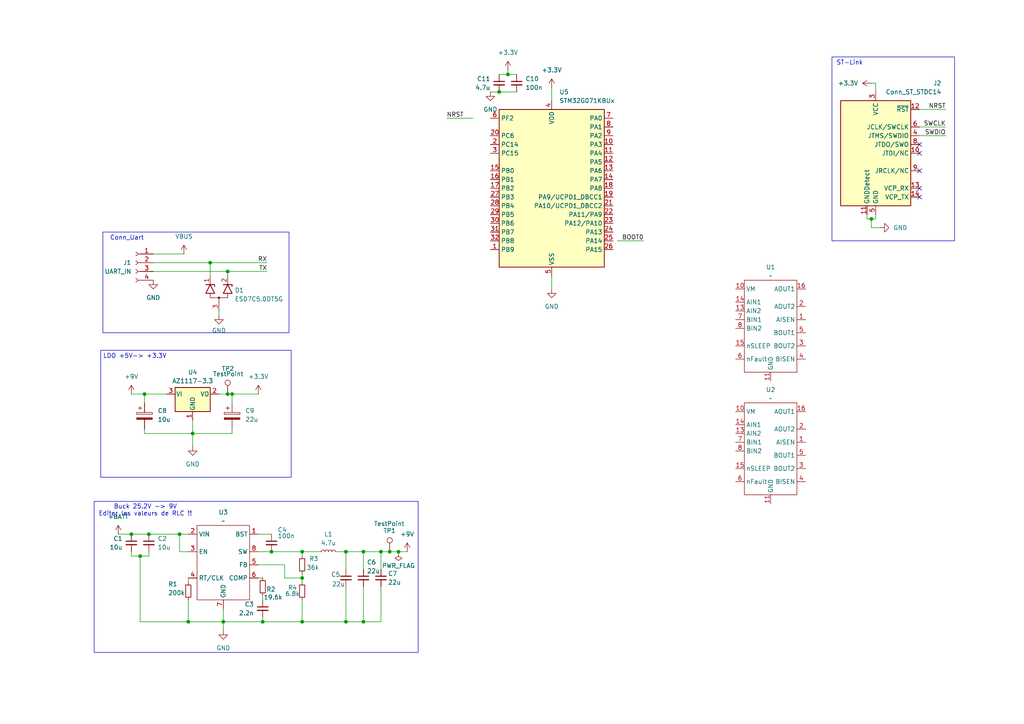
<source format=kicad_sch>
(kicad_sch (version 20231120) (generator "eeschema") (generator_version "8.0")
  (paper "A4")
  (lib_symbols
    (symbol "Connector:Conn_01x04_Socket" (pin_names (offset 1.016) hide)
      (property "Reference" "J" (at 0 5.08 0))
      (property "Value" "Conn_01x04_Socket" (at 0 -7.62 0))
      (symbol "Conn_01x04_Socket_1_1"
        (arc (start 0 -4.572) (mid -0.5058 -5.08) (end 0 -5.588) (stroke (width 0.1524)))
        (arc (start 0 -2.032) (mid -0.5058 -2.54) (end 0 -3.048) (stroke (width 0.1524)))
        (polyline (pts (xy -1.27 -5.08) (xy -0.508 -5.08)) (stroke (width 0.1524)))
        (polyline (pts (xy -1.27 -2.54) (xy -0.508 -2.54)) (stroke (width 0.1524)))
        (polyline (pts (xy -1.27 0) (xy -0.508 0)) (stroke (width 0.1524)))
        (polyline (pts (xy -1.27 2.54) (xy -0.508 2.54)) (stroke (width 0.1524)))
        (arc (start 0 0.508) (mid -0.5058 0) (end 0 -0.508) (stroke (width 0.1524)))
        (arc (start 0 3.048) (mid -0.5058 2.54) (end 0 2.032) (stroke (width 0.1524)))
        (pin passive line (at -5.08 2.54 0) (length 3.81) (name "Pin_1") (number "1"))
        (pin passive line (at -5.08 0 0) (length 3.81) (name "Pin_2") (number "2"))
        (pin passive line (at -5.08 -2.54 0) (length 3.81) (name "Pin_3") (number "3"))
        (pin passive line (at -5.08 -5.08 0) (length 3.81) (name "Pin_4") (number "4"))
      )
    )
    (symbol "Connector:Conn_ST_STDC14"
      (property "Reference" "J" (at -8.89 16.51 0))
      (property "Value" "Conn_ST_STDC14" (at 17.78 16.51 0))
      (symbol "Conn_ST_STDC14_0_1"
        (rectangle (start -10.16 15.24) (end 10.16 -15.24) (stroke (width 0.254)) (fill (type background)))
      )
      (symbol "Conn_ST_STDC14_1_1"
        (pin no_connect line (at -10.16 5.08 0) (length 2.54) hide (name "NC") (number "1"))
        (pin output line (at 12.7 0 180) (length 2.54) (name "JTDI/NC") (number "10"))
        (pin passive line (at -2.54 -17.78 90) (length 2.54) (name "GNDDetect") (number "11"))
        (pin open_collector line (at 12.7 12.7 180) (length 2.54) (name "~{RST}") (number "12"))
        (pin output line (at 12.7 -10.16 180) (length 2.54) (name "VCP_RX") (number "13"))
        (pin input line (at 12.7 -12.7 180) (length 2.54) (name "VCP_TX") (number "14"))
        (pin no_connect line (at -10.16 2.54 0) (length 2.54) hide (name "NC") (number "2"))
        (pin power_in line (at 0 17.78 270) (length 2.54) (name "VCC") (number "3"))
        (pin bidirectional line (at 12.7 5.08 180) (length 2.54) (name "JTMS/SWDIO") (number "4"))
        (pin power_in line (at 0 -17.78 90) (length 2.54) (name "GND") (number "5"))
        (pin output line (at 12.7 7.62 180) (length 2.54) (name "JCLK/SWCLK") (number "6"))
        (pin passive line (at 0 -17.78 90) (length 2.54) hide (name "GND") (number "7"))
        (pin input line (at 12.7 2.54 180) (length 2.54) (name "JTDO/SWO") (number "8"))
        (pin input line (at 12.7 -5.08 180) (length 2.54) (name "JRCLK/NC") (number "9"))
      )
    )
    (symbol "Connector:TestPoint" (pin_numbers hide) (pin_names (offset 0.762) hide)
      (property "Reference" "TP" (at 0 6.858 0))
      (property "Value" "TestPoint" (at 0 5.08 0))
      (symbol "TestPoint_0_1"
        (circle (center 0 3.302) (radius 0.762))
      )
      (symbol "TestPoint_1_1"
        (pin passive line (at 0 0 90) (length 2.54) (name "1") (number "1"))
      )
    )
    (symbol "Custom:AP64500Q"
      (property "Reference" "U3" (at 0 13.97 0))
      (property "Value" "~" (at 0 11.43 0))
      (symbol "AP64500Q_0_1"
        (rectangle (start -7.62 10.16) (end 7.62 -11.43))
      )
      (symbol "AP64500Q_1_1"
        (pin input line (at 10.16 7.62 180) (length 2.54) (name "BST") (number "1"))
        (pin input line (at -10.16 7.62 0) (length 2.54) (name "VIN") (number "2"))
        (pin input line (at -10.16 2.54 0) (length 2.54) (name "EN") (number "3"))
        (pin input line (at -10.16 -5.08 0) (length 2.54) (name "RT/CLK") (number "4"))
        (pin input line (at 10.16 -1.27 180) (length 2.54) (name "FB") (number "5"))
        (pin input line (at 10.16 -5.08 180) (length 2.54) (name "COMP") (number "6"))
        (pin input line (at 0 -13.97 90) (length 2.54) (name "GND") (number "7"))
        (pin input line (at 10.16 2.54 180) (length 2.54) (name "SW") (number "8"))
        (pin input line (at 0 -13.97 90) (length 2.54) hide (name "EPad") (number "9"))
      )
    )
    (symbol "Device:C_Polarized" (pin_numbers hide) (pin_names (offset 0.254))
      (property "Reference" "C" (at 0.635 2.54 0))
      (property "Value" "C_Polarized" (at 0.635 -2.54 0))
      (symbol "C_Polarized_0_1"
        (rectangle (start -2.286 0.508) (end 2.286 1.016))
        (polyline (pts (xy -1.778 2.286) (xy -0.762 2.286)))
        (polyline (pts (xy -1.27 2.794) (xy -1.27 1.778)))
        (rectangle (start 2.286 -0.508) (end -2.286 -1.016) (fill (type outline)))
      )
      (symbol "C_Polarized_1_1"
        (pin passive line (at 0 3.81 270) (length 2.794) (name "~") (number "1"))
        (pin passive line (at 0 -3.81 90) (length 2.794) (name "~") (number "2"))
      )
    )
    (symbol "Device:C_Small" (pin_numbers hide) (pin_names (offset 0.254) hide)
      (property "Reference" "C" (at 0.254 1.778 0))
      (property "Value" "C_Small" (at 0.254 -2.032 0))
      (symbol "C_Small_0_1"
        (polyline (pts (xy -1.524 -0.508) (xy 1.524 -0.508)) (stroke (width 0.3302)))
        (polyline (pts (xy -1.524 0.508) (xy 1.524 0.508)) (stroke (width 0.3048)))
      )
      (symbol "C_Small_1_1"
        (pin passive line (at 0 2.54 270) (length 2.032) (name "~") (number "1"))
        (pin passive line (at 0 -2.54 90) (length 2.032) (name "~") (number "2"))
      )
    )
    (symbol "Device:L_Small" (pin_numbers hide) (pin_names (offset 0.254) hide)
      (property "Reference" "L" (at 0.762 1.016 0))
      (property "Value" "L_Small" (at 0.762 -1.016 0))
      (symbol "L_Small_0_1"
        (arc (start 0 -2.032) (mid 0.5058 -1.524) (end 0 -1.016))
        (arc (start 0 -1.016) (mid 0.5058 -0.508) (end 0 0))
        (arc (start 0 0) (mid 0.5058 0.508) (end 0 1.016))
        (arc (start 0 1.016) (mid 0.5058 1.524) (end 0 2.032))
      )
      (symbol "L_Small_1_1"
        (pin passive line (at 0 2.54 270) (length 0.508) (name "~") (number "1"))
        (pin passive line (at 0 -2.54 90) (length 0.508) (name "~") (number "2"))
      )
    )
    (symbol "Device:R_Small" (pin_numbers hide) (pin_names (offset 0.254) hide)
      (property "Reference" "R" (at 0.762 0.508 0))
      (property "Value" "R_Small" (at 0.762 -1.016 0))
      (symbol "R_Small_0_1"
        (rectangle (start -0.762 1.778) (end 0.762 -1.778) (stroke (width 0.2032)))
      )
      (symbol "R_Small_1_1"
        (pin passive line (at 0 2.54 270) (length 0.762) (name "~") (number "1"))
        (pin passive line (at 0 -2.54 90) (length 0.762) (name "~") (number "2"))
      )
    )
    (symbol "GND_3" (power) (pin_numbers hide) (pin_names (offset 0) hide)
      (property "Value" "GND" (at 0 -3.81 0))
      (symbol "GND_3_0_1"
        (polyline (pts (xy 0 0) (xy 0 -1.27) (xy 1.27 -1.27) (xy 0 -2.54) (xy -1.27 -1.27) (xy 0 -1.27)))
      )
      (symbol "GND_3_1_1"
        (pin power_in line (at 0 0 270) (length 0) (name "~") (number "1"))
      )
    )
    (symbol "MCU_ST_STM32G0:STM32G071KBUx"
      (property "Reference" "U" (at -15.24 24.13 0))
      (property "Value" "STM32G071KBUx" (at 2.54 24.13 0))
      (symbol "STM32G071KBUx_0_1"
        (rectangle (start -15.24 -22.86) (end 15.24 22.86) (stroke (width 0.254)) (fill (type background)))
      )
      (symbol "STM32G071KBUx_1_1"
        (pin bidirectional line (at -17.78 -17.78 0) (length 2.54) (name "PB9") (number "1"))
        (pin bidirectional line (at 17.78 12.7 180) (length 2.54) (name "PA3") (number "10"))
        (pin bidirectional line (at 17.78 10.16 180) (length 2.54) (name "PA4") (number "11"))
        (pin bidirectional line (at 17.78 7.62 180) (length 2.54) (name "PA5") (number "12"))
        (pin bidirectional line (at 17.78 5.08 180) (length 2.54) (name "PA6") (number "13"))
        (pin bidirectional line (at 17.78 2.54 180) (length 2.54) (name "PA7") (number "14"))
        (pin bidirectional line (at -17.78 5.08 0) (length 2.54) (name "PB0") (number "15"))
        (pin bidirectional line (at -17.78 2.54 0) (length 2.54) (name "PB1") (number "16"))
        (pin bidirectional line (at -17.78 0 0) (length 2.54) (name "PB2") (number "17"))
        (pin bidirectional line (at 17.78 0 180) (length 2.54) (name "PA8") (number "18"))
        (pin bidirectional line (at 17.78 -2.54 180) (length 2.54) (name "PA9/UCPD1_DBCC1") (number "19"))
        (pin bidirectional line (at -17.78 12.7 0) (length 2.54) (name "PC14") (number "2"))
        (pin bidirectional line (at -17.78 15.24 0) (length 2.54) (name "PC6") (number "20"))
        (pin bidirectional line (at 17.78 -5.08 180) (length 2.54) (name "PA10/UCPD1_DBCC2") (number "21"))
        (pin bidirectional line (at 17.78 -7.62 180) (length 2.54) (name "PA11/PA9") (number "22"))
        (pin bidirectional line (at 17.78 -10.16 180) (length 2.54) (name "PA12/PA10") (number "23"))
        (pin bidirectional line (at 17.78 -12.7 180) (length 2.54) (name "PA13") (number "24"))
        (pin bidirectional line (at 17.78 -15.24 180) (length 2.54) (name "PA14") (number "25"))
        (pin bidirectional line (at 17.78 -17.78 180) (length 2.54) (name "PA15") (number "26"))
        (pin bidirectional line (at -17.78 -2.54 0) (length 2.54) (name "PB3") (number "27"))
        (pin bidirectional line (at -17.78 -5.08 0) (length 2.54) (name "PB4") (number "28"))
        (pin bidirectional line (at -17.78 -7.62 0) (length 2.54) (name "PB5") (number "29"))
        (pin bidirectional line (at -17.78 10.16 0) (length 2.54) (name "PC15") (number "3"))
        (pin bidirectional line (at -17.78 -10.16 0) (length 2.54) (name "PB6") (number "30"))
        (pin bidirectional line (at -17.78 -12.7 0) (length 2.54) (name "PB7") (number "31"))
        (pin bidirectional line (at -17.78 -15.24 0) (length 2.54) (name "PB8") (number "32"))
        (pin passive line (at 0 -25.4 90) (length 2.54) hide (name "VSS") (number "33"))
        (pin power_in line (at 0 25.4 270) (length 2.54) (name "VDD") (number "4"))
        (pin power_in line (at 0 -25.4 90) (length 2.54) (name "VSS") (number "5"))
        (pin bidirectional line (at -17.78 20.32 0) (length 2.54) (name "PF2") (number "6"))
        (pin bidirectional line (at 17.78 20.32 180) (length 2.54) (name "PA0") (number "7"))
        (pin bidirectional line (at 17.78 17.78 180) (length 2.54) (name "PA1") (number "8"))
        (pin bidirectional line (at 17.78 15.24 180) (length 2.54) (name "PA2") (number "9"))
      )
    )
    (symbol "PWR_FLAG_1" (power) (pin_numbers hide) (pin_names (offset 0) hide)
      (property "Value" "PWR_FLAG" (at 0 3.81 0))
      (symbol "PWR_FLAG_1_0_0"
        (pin power_out line (at 0 0 90) (length 0) (name "~") (number "1"))
      )
      (symbol "PWR_FLAG_1_0_1"
        (polyline (pts (xy 0 0) (xy 0 1.27) (xy -1.016 1.905) (xy 0 2.54) (xy 1.016 1.905) (xy 0 1.27)))
      )
    )
    (symbol "Power_Protection:RCLAMP0582B" (pin_names hide)
      (property "Reference" "D" (at 0 5.08 0))
      (property "Value" "RCLAMP0582B" (at 0 -5.08 0))
      (symbol "RCLAMP0582B_0_1"
        (polyline (pts (xy -2.54 0) (xy -1.27 0)))
        (polyline (pts (xy -1.27 2.54) (xy -1.27 -2.54)))
        (polyline (pts (xy 0 2.54) (xy -1.27 2.54)) (stroke (width 0.1524)))
        (polyline (pts (xy 2.54 3.81) (xy 2.54 1.27) (xy 2.032 1.27)) (stroke (width 0.254)))
        (polyline (pts (xy 0 1.27) (xy 0 3.81) (xy 2.54 2.54) (xy 0 1.27)) (stroke (width 0.254)))
        (pin passive line (at -5.08 0 0) (length 2.54) (name "A") (number "3"))
      )
      (symbol "RCLAMP0582B_1_1"
        (circle (center -1.27 0) (radius 0.254) (fill (type outline)))
        (polyline (pts (xy 0 -2.54) (xy -1.27 -2.54)) (stroke (width 0.1524)))
        (polyline (pts (xy 2.54 -1.27) (xy 2.54 -3.81) (xy 2.032 -3.81)) (stroke (width 0.254)))
        (polyline (pts (xy 0 -3.81) (xy 0 -1.27) (xy 2.54 -2.54) (xy 0 -3.81)) (stroke (width 0.254)))
        (pin passive line (at 5.08 2.54 180) (length 2.54) (name "K1") (number "1"))
        (pin passive line (at 5.08 -2.54 180) (length 2.54) (name "K2") (number "2"))
      )
    )
    (symbol "Regulator_Linear:AZ1117-3.3" (pin_names (offset 0.254))
      (property "Reference" "U" (at -3.81 3.175 0))
      (property "Value" "AZ1117-3.3" (at 0 3.175 0))
      (symbol "AZ1117-3.3_0_1"
        (rectangle (start -5.08 1.905) (end 5.08 -5.08) (stroke (width 0.254)) (fill (type background)))
      )
      (symbol "AZ1117-3.3_1_1"
        (pin power_in line (at 0 -7.62 90) (length 2.54) (name "GND") (number "1"))
        (pin power_out line (at 7.62 0 180) (length 2.54) (name "VO") (number "2"))
        (pin power_in line (at -7.62 0 0) (length 2.54) (name "VI") (number "3"))
      )
    )
    (symbol "Stepper:DRV8411"
      (property "Reference" "U" (at 0 13.97 0))
      (symbol "DRV8411_0_1"
        (rectangle (start -7.62 12.7) (end 7.62 -13.97))
      )
      (symbol "DRV8411_1_1"
        (pin input line (at 10.16 1.27 180) (length 2.54) (name "AISEN") (number "1"))
        (pin input line (at -10.16 10.16 0) (length 2.54) (name "VM") (number "10"))
        (pin input line (at 0 -16.51 90) (length 2.54) (name "GND") (number "11"))
        (pin input line (at -10.16 3.81 0) (length 2.54) (name "AIN2") (number "13"))
        (pin input line (at -10.16 6.35 0) (length 2.54) (name "AIN1") (number "14"))
        (pin input line (at -10.16 -6.35 0) (length 2.54) (name "nSLEEP") (number "15"))
        (pin input line (at 10.16 10.16 180) (length 2.54) (name "AOUT1") (number "16"))
        (pin input line (at 10.16 5.08 180) (length 2.54) (name "AOUT2") (number "2"))
        (pin input line (at 10.16 -6.35 180) (length 2.54) (name "BOUT2") (number "3"))
        (pin input line (at 10.16 -10.16 180) (length 2.54) (name "BISEN") (number "4"))
        (pin input line (at 10.16 -2.54 180) (length 2.54) (name "BOUT1") (number "5"))
        (pin input line (at -10.16 -10.16 0) (length 2.54) (name "nFault") (number "6"))
        (pin input line (at -10.16 1.27 0) (length 2.54) (name "BIN1") (number "7"))
        (pin input line (at -10.16 -1.27 0) (length 2.54) (name "BIN2") (number "8"))
      )
    )
    (symbol "power:+3.3V" (power) (pin_numbers hide) (pin_names (offset 0) hide)
      (property "Value" "+3.3V" (at 0 3.556 0))
      (symbol "+3.3V_0_1"
        (polyline (pts (xy -0.762 1.27) (xy 0 2.54)))
        (polyline (pts (xy 0 0) (xy 0 2.54)))
        (polyline (pts (xy 0 2.54) (xy 0.762 1.27)))
      )
      (symbol "+3.3V_1_1"
        (pin power_in line (at 0 0 90) (length 0) (name "~") (number "1"))
      )
    )
    (symbol "power:+9V" (power) (pin_numbers hide) (pin_names (offset 0) hide)
      (property "Value" "+9V" (at 0 3.556 0))
      (symbol "+9V_0_1"
        (polyline (pts (xy -0.762 1.27) (xy 0 2.54)))
        (polyline (pts (xy 0 0) (xy 0 2.54)))
        (polyline (pts (xy 0 2.54) (xy 0.762 1.27)))
      )
      (symbol "+9V_1_1"
        (pin power_in line (at 0 0 90) (length 0) (name "~") (number "1"))
      )
    )
    (symbol "power:+BATT" (power) (pin_numbers hide) (pin_names (offset 0) hide)
      (property "Value" "+BATT" (at 0 3.556 0))
      (symbol "+BATT_0_1"
        (polyline (pts (xy -0.762 1.27) (xy 0 2.54)))
        (polyline (pts (xy 0 0) (xy 0 2.54)))
        (polyline (pts (xy 0 2.54) (xy 0.762 1.27)))
      )
      (symbol "+BATT_1_1"
        (pin power_in line (at 0 0 90) (length 0) (name "~") (number "1"))
      )
    )
    (symbol "power:GND" (power) (pin_numbers hide) (pin_names (offset 0) hide)
      (property "Value" "GND" (at 0 -3.81 0))
      (symbol "GND_0_1"
        (polyline (pts (xy 0 0) (xy 0 -1.27) (xy 1.27 -1.27) (xy 0 -2.54) (xy -1.27 -1.27) (xy 0 -1.27)))
      )
      (symbol "GND_1_1"
        (pin power_in line (at 0 0 270) (length 0) (name "~") (number "1"))
      )
    )
    (symbol "power:VBUS" (power) (pin_numbers hide) (pin_names (offset 0) hide)
      (property "Value" "VBUS" (at 0 3.556 0))
      (symbol "VBUS_0_1"
        (polyline (pts (xy -0.762 1.27) (xy 0 2.54)))
        (polyline (pts (xy 0 0) (xy 0 2.54)))
        (polyline (pts (xy 0 2.54) (xy 0.762 1.27)))
      )
      (symbol "VBUS_1_1"
        (pin power_in line (at 0 0 90) (length 0) (name "~") (number "1"))
      )
    )
  )
  (junction (at 87.63 160.02))
  (junction (at 110.49 160.02))
  (junction (at 144.78 26.67))
  (junction (at 66.04 114.3))
  (junction (at 52.07 154.94))
  (junction (at 78.74 160.02))
  (junction (at 76.2 180.34))
  (junction (at 67.31 114.3))
  (junction (at 105.41 160.02))
  (junction (at 55.88 125.73))
  (junction (at 147.32 21.59))
  (junction (at 66.04 78.74))
  (junction (at 43.18 154.94))
  (junction (at 100.33 160.02))
  (junction (at 87.63 167.64))
  (junction (at 105.41 180.34))
  (junction (at 60.96 76.2))
  (junction (at 87.63 180.34))
  (junction (at 38.1 154.94))
  (junction (at 252.73 63.5))
  (junction (at 115.57 160.02))
  (junction (at 113.03 160.02))
  (junction (at 40.64 161.29))
  (junction (at 64.77 180.34))
  (junction (at 41.91 114.3))
  (junction (at 100.33 180.34))
  (junction (at 54.61 180.34))
  (no_connect (at 266.7 57.15))
  (no_connect (at 266.7 44.45))
  (no_connect (at 266.7 49.53))
  (no_connect (at 266.7 41.91))
  (no_connect (at 266.7 54.61))
  (wire (pts (xy 43.18 154.94) (xy 52.07 154.94)))
  (wire (pts (xy 179.07 69.85) (xy 186.69 69.85)))
  (wire (pts (xy 41.91 114.3) (xy 41.91 116.84)))
  (wire (pts (xy 55.88 125.73) (xy 55.88 121.92)))
  (wire (pts (xy 66.04 78.74) (xy 77.47 78.74)))
  (wire (pts (xy 54.61 180.34) (xy 64.77 180.34)))
  (wire (pts (xy 100.33 160.02) (xy 100.33 165.1)))
  (wire (pts (xy 82.55 163.83) (xy 82.55 167.64)))
  (wire (pts (xy 55.88 129.54) (xy 55.88 125.73)))
  (wire (pts (xy 144.78 26.67) (xy 149.86 26.67)))
  (wire (pts (xy 78.74 160.02) (xy 87.63 160.02)))
  (wire (pts (xy 52.07 160.02) (xy 52.07 154.94)))
  (wire (pts (xy 110.49 160.02) (xy 110.49 165.1)))
  (wire (pts (xy 254 24.13) (xy 254 26.67)))
  (wire (pts (xy 64.77 180.34) (xy 64.77 182.88)))
  (wire (pts (xy 54.61 160.02) (xy 52.07 160.02)))
  (wire (pts (xy 67.31 125.73) (xy 55.88 125.73)))
  (wire (pts (xy 41.91 114.3) (xy 48.26 114.3)))
  (wire (pts (xy 60.96 76.2) (xy 77.47 76.2)))
  (wire (pts (xy 74.93 163.83) (xy 82.55 163.83)))
  (wire (pts (xy 66.04 114.3) (xy 63.5 114.3)))
  (wire (pts (xy 43.18 160.02) (xy 43.18 161.29)))
  (wire (pts (xy 254 62.23) (xy 254 63.5)))
  (wire (pts (xy 105.41 160.02) (xy 110.49 160.02)))
  (wire (pts (xy 67.31 124.46) (xy 67.31 125.73)))
  (wire (pts (xy 67.31 114.3) (xy 66.04 114.3)))
  (wire (pts (xy 147.32 21.59) (xy 149.86 21.59)))
  (wire (pts (xy 110.49 180.34) (xy 110.49 170.18)))
  (wire (pts (xy 38.1 114.3) (xy 41.91 114.3)))
  (wire (pts (xy 266.7 36.83) (xy 274.32 36.83)))
  (wire (pts (xy 40.64 180.34) (xy 54.61 180.34)))
  (wire (pts (xy 144.78 21.59) (xy 147.32 21.59)))
  (wire (pts (xy 67.31 114.3) (xy 67.31 116.84)))
  (wire (pts (xy 38.1 154.94) (xy 43.18 154.94)))
  (wire (pts (xy 41.91 124.46) (xy 41.91 125.73)))
  (wire (pts (xy 40.64 161.29) (xy 40.64 180.34)))
  (wire (pts (xy 87.63 161.29) (xy 87.63 160.02)))
  (wire (pts (xy 105.41 160.02) (xy 105.41 165.1)))
  (wire (pts (xy 87.63 167.64) (xy 87.63 168.91)))
  (wire (pts (xy 100.33 160.02) (xy 105.41 160.02)))
  (wire (pts (xy 54.61 168.91) (xy 54.61 167.64)))
  (wire (pts (xy 105.41 170.18) (xy 105.41 180.34)))
  (wire (pts (xy 142.24 26.67) (xy 144.78 26.67)))
  (wire (pts (xy 40.64 161.29) (xy 38.1 161.29)))
  (wire (pts (xy 137.16 34.29) (xy 129.54 34.29)))
  (wire (pts (xy 87.63 180.34) (xy 100.33 180.34)))
  (wire (pts (xy 44.45 78.74) (xy 66.04 78.74)))
  (wire (pts (xy 115.57 160.02) (xy 118.11 160.02)))
  (wire (pts (xy 147.32 20.32) (xy 147.32 21.59)))
  (wire (pts (xy 113.03 160.02) (xy 115.57 160.02)))
  (wire (pts (xy 44.45 76.2) (xy 60.96 76.2)))
  (wire (pts (xy 160.02 25.4) (xy 160.02 29.21)))
  (wire (pts (xy 66.04 78.74) (xy 66.04 80.01)))
  (wire (pts (xy 252.73 63.5) (xy 251.46 63.5)))
  (wire (pts (xy 110.49 160.02) (xy 113.03 160.02)))
  (wire (pts (xy 74.93 160.02) (xy 78.74 160.02)))
  (wire (pts (xy 255.27 66.04) (xy 252.73 66.04)))
  (wire (pts (xy 76.2 180.34) (xy 76.2 179.07)))
  (wire (pts (xy 60.96 76.2) (xy 60.96 80.01)))
  (wire (pts (xy 64.77 176.53) (xy 64.77 180.34)))
  (wire (pts (xy 74.93 114.3) (xy 67.31 114.3)))
  (wire (pts (xy 41.91 125.73) (xy 55.88 125.73)))
  (wire (pts (xy 63.5 91.44) (xy 63.5 90.17)))
  (wire (pts (xy 54.61 173.99) (xy 54.61 180.34)))
  (wire (pts (xy 160.02 83.82) (xy 160.02 80.01)))
  (wire (pts (xy 100.33 170.18) (xy 100.33 180.34)))
  (wire (pts (xy 252.73 24.13) (xy 254 24.13)))
  (wire (pts (xy 266.7 39.37) (xy 274.32 39.37)))
  (wire (pts (xy 38.1 161.29) (xy 38.1 160.02)))
  (wire (pts (xy 76.2 180.34) (xy 87.63 180.34)))
  (wire (pts (xy 87.63 160.02) (xy 92.71 160.02)))
  (wire (pts (xy 87.63 173.99) (xy 87.63 180.34)))
  (wire (pts (xy 252.73 63.5) (xy 254 63.5)))
  (wire (pts (xy 266.7 31.75) (xy 274.32 31.75)))
  (wire (pts (xy 34.29 154.94) (xy 38.1 154.94)))
  (wire (pts (xy 40.64 161.29) (xy 43.18 161.29)))
  (wire (pts (xy 100.33 180.34) (xy 105.41 180.34)))
  (wire (pts (xy 97.79 160.02) (xy 100.33 160.02)))
  (wire (pts (xy 87.63 166.37) (xy 87.63 167.64)))
  (wire (pts (xy 82.55 167.64) (xy 87.63 167.64)))
  (wire (pts (xy 76.2 172.72) (xy 76.2 173.99)))
  (wire (pts (xy 74.93 154.94) (xy 78.74 154.94)))
  (wire (pts (xy 44.45 73.66) (xy 53.34 73.66)))
  (wire (pts (xy 74.93 167.64) (xy 76.2 167.64)))
  (wire (pts (xy 252.73 66.04) (xy 252.73 63.5)))
  (wire (pts (xy 105.41 180.34) (xy 110.49 180.34)))
  (wire (pts (xy 251.46 63.5) (xy 251.46 62.23)))
  (wire (pts (xy 64.77 180.34) (xy 76.2 180.34)))
  (wire (pts (xy 52.07 154.94) (xy 54.61 154.94)))
  (rectangle (start 241.3 16.51) (end 276.86 69.85))
  (rectangle (start 29.845 67.31) (end 83.82 96.52))
  (rectangle (start 27.305 145.415) (end 121.285 189.23))
  (rectangle (start 29.21 101.6) (end 84.455 138.43))
  (text "Conn_Uart\n" (at 36.83 69.088 0) (effects (font (size 1.27 1.27))))
  (text "LDO +5V-> +3.3V" (at 39.116 103.378 0) (effects (font (size 1.27 1.27))))
  (text "ST-Link\n" (at 242.57 19.05 0) (effects (font (size 1.27 1.27)) (justify left bottom)))
  (text "Buck 25.2V -> 9V\nEditer les valeurs de RLC !!" (at 42.164 148.082 0) (effects (font (size 1.27 1.27))))
  (label "NRST" (at 274.32 31.75 180))
  (label "BOOT0" (at 186.69 69.85 180))
  (label "NRST" (at 129.54 34.29 0))
  (label "TX" (at 77.47 78.74 180))
  (label "RX" (at 77.47 76.2 180))
  (label "SWCLK" (at 274.32 36.83 180))
  (label "SWDIO" (at 274.32 39.37 180))
  (symbol (lib_id "power:+3.3V") (at 252.73 24.13 90) (unit 1)
    (property "Reference" "#PWR010" (effects (hide yes)))
    (property "Value" "+3.3V" (at 248.92 24.1299 90) (effects (justify left)))
    (property "Description" "Power symbol creates a global label with name \"+3.3V\"" (effects (hide yes)))
  )
  (symbol (lib_id "Device:R_Small") (at 87.63 171.45 0) (mirror y) (unit 1)
    (property "Reference" "R4" (at 84.836 170.434 0))
    (property "Value" "6.8k" (at 84.836 172.212 0))
    (property "Footprint" "Resistor_SMD:R_0402_1005Metric_Pad0.72x0.64mm_HandSolder" (effects (hide yes)))
    (property "Description" "Resistor, small symbol" (effects (hide yes)))
  )
  (symbol (lib_id "Power_Protection:RCLAMP0582B") (at 63.5 85.09 90) (unit 1)
    (property "Reference" "D1" (at 68.072 84.1918 90) (effects (justify right)))
    (property "Value" "ESD7C5.0DT5G" (at 68.072 86.7287 90) (effects (justify right)))
    (property "Footprint" "Package_TO_SOT_SMD:SOT-416" (effects (hide yes)))
    (property "Datasheet" "https://www.mouser.fr/datasheet/2/308/1/ESD7C3_3D_D-2311593.pdf" (effects (hide yes)))
    (property "Mouser Part Number" "863-ESD7C5.0DT5G" (effects (hide yes)))
  )
  (symbol (lib_id "power:+3.3V") (at 74.93 114.3 0) (unit 1)
    (property "Reference" "#PWR07" (effects (hide yes)))
    (property "Value" "+3.3V" (at 74.93 109.22 0))
    (property "Description" "Power symbol creates a global label with name \"+3.3V\"" (effects (hide yes)))
  )
  (symbol (lib_id "power:+BATT") (at 34.29 154.94 0) (unit 1)
    (property "Reference" "#PWR02" (effects (hide yes)))
    (property "Value" "+BATT" (at 34.29 149.86 0))
    (property "Description" "Power symbol creates a global label with name \"+BATT\"" (effects (hide yes)))
  )
  (symbol (lib_id "Custom:AP64500Q") (at 64.77 162.56 0) (unit 1)
    (property "Reference" "U3" (at 64.77 148.59 0))
    (property "Value" "~" (at 64.77 151.13 0))
    (property "Footprint" "Package_SO:SOIC-8-1EP_3.9x4.9mm_P1.27mm_EP2.95x4.9mm_Mask2.71x3.4mm" (effects (hide yes)))
    (property "Datasheet" "https://www.mouser.fr/datasheet/2/115/DIOD_S_A0011818526_1-2543600.pdf" (effects (hide yes)))
  )
  (symbol (lib_id "power:GND") (at 160.02 83.82 0) (unit 1)
    (property "Reference" "#PWR012" (effects (hide yes)))
    (property "Value" "GND" (at 160.02 88.9 0))
    (property "Description" "Power symbol creates a global label with name \"GND\" , ground" (effects (hide yes)))
  )
  (symbol (lib_id "Device:R_Small") (at 76.2 170.18 0) (unit 1)
    (property "Reference" "R2" (at 77.216 170.942 0) (effects (justify left)))
    (property "Value" "19.6k" (at 76.454 173.228 0) (effects (justify left)))
    (property "Footprint" "Resistor_SMD:R_0402_1005Metric_Pad0.72x0.64mm_HandSolder" (effects (hide yes)))
    (property "Description" "Resistor, small symbol" (effects (hide yes)))
  )
  (symbol (lib_id "Device:C_Small") (at 100.33 167.64 0) (unit 1)
    (property "Reference" "C5" (at 96.012 166.624 0) (effects (justify left)))
    (property "Value" "22u" (at 96.266 169.418 0) (effects (justify left)))
    (property "Footprint" "Capacitor_SMD:C_0603_1608Metric_Pad1.08x0.95mm_HandSolder" (effects (hide yes)))
    (property "Description" "Unpolarized capacitor, small symbol" (effects (hide yes)))
  )
  (symbol (lib_id "Device:C_Small") (at 149.86 24.13 0) (unit 1)
    (property "Reference" "C10" (at 152.4 22.8662 0) (effects (justify left)))
    (property "Value" "100n" (at 152.4 25.4062 0) (effects (justify left)))
    (property "Description" "Unpolarized capacitor, small symbol" (effects (hide yes)))
  )
  (symbol (lib_id "Device:C_Small") (at 105.41 167.64 0) (unit 1)
    (property "Reference" "C6" (at 106.426 163.068 0) (effects (justify left)))
    (property "Value" "22u" (at 106.426 165.608 0) (effects (justify left)))
    (property "Footprint" "Capacitor_SMD:C_0603_1608Metric_Pad1.08x0.95mm_HandSolder" (effects (hide yes)))
    (property "Description" "Unpolarized capacitor, small symbol" (effects (hide yes)))
  )
  (symbol (lib_id "Connector:TestPoint") (at 66.04 114.3 0) (unit 1)
    (property "Reference" "TP2" (at 64.262 106.934 0) (effects (justify left)))
    (property "Value" "TestPoint" (at 61.722 108.458 0) (effects (justify left)))
    (property "Footprint" "TestPoint:TestPoint_Pad_D2.0mm" (effects (hide yes)))
    (property "Description" "test point" (effects (hide yes)))
  )
  (symbol (lib_id "Stepper:DRV8411") (at 223.52 93.98 0) (unit 1)
    (property "Reference" "U1" (at 223.52 77.47 0))
    (property "Value" "~" (at 223.52 80.01 0))
    (property "Footprint" "Package_DFN_QFN:WQFN-16-1EP_3x3mm_P0.5mm_EP1.68x1.68mm" (effects (hide yes)))
    (property "Datasheet" "https://www.ti.com/lit/ds/symlink/drv8411.pdf?ts=1732036354584&ref_url=https%253A%252F%252Fwww.ti.com%252Fproduct%252FDRV8411" (effects (hide yes)))
  )
  (symbol (lib_id "power:+9V") (at 118.11 160.02 0) (unit 1)
    (property "Reference" "#PWR04" (effects (hide yes)))
    (property "Value" "+9V" (at 118.11 154.94 0))
    (property "Description" "Power symbol creates a global label with name \"+9V\"" (effects (hide yes)))
  )
  (symbol (lib_id "power:+3.3V") (at 160.02 25.4 0) (unit 1)
    (property "Reference" "#PWR015" (effects (hide yes)))
    (property "Value" "+3.3V" (at 160.02 20.32 0))
    (property "Description" "Power symbol creates a global label with name \"+3.3V\"" (effects (hide yes)))
  )
  (symbol (lib_id "power:VBUS") (at 53.34 73.66 0) (unit 1)
    (property "Reference" "#PWR01" (effects (hide yes)))
    (property "Value" "VBUS" (at 53.34 68.58 0))
    (property "Description" "Power symbol creates a global label with name \"VBUS\"" (effects (hide yes)))
  )
  (symbol (lib_id "power:GND") (at 142.24 26.67 0) (unit 1)
    (property "Reference" "#PWR014" (effects (hide yes)))
    (property "Value" "GND" (at 142.24 31.75 0))
    (property "Description" "Power symbol creates a global label with name \"GND\" , ground" (effects (hide yes)))
  )
  (symbol (lib_id "power:GND") (at 44.45 81.28 0) (unit 1)
    (property "Reference" "#PWR08" (effects (hide yes)))
    (property "Value" "GND" (at 44.45 86.36 0))
    (property "Description" "Power symbol creates a global label with name \"GND\" , ground" (effects (hide yes)))
  )
  (symbol (lib_id "Device:R_Small") (at 54.61 171.45 0) (unit 1)
    (property "Reference" "R1" (at 48.768 169.418 0) (effects (justify left)))
    (property "Value" "200k" (at 48.768 171.958 0) (effects (justify left)))
    (property "Footprint" "Resistor_SMD:R_0402_1005Metric_Pad0.72x0.64mm_HandSolder" (effects (hide yes)))
    (property "Description" "Resistor, small symbol" (effects (hide yes)))
  )
  (symbol (lib_id "Regulator_Linear:AZ1117-3.3") (at 55.88 114.3 0) (unit 1)
    (property "Reference" "U4" (at 55.88 107.95 0))
    (property "Value" "AZ1117-3.3" (at 55.88 110.49 0))
    (property "Footprint" "Package_TO_SOT_SMD:SOT-223-3_TabPin2" (effects (hide yes)))
    (property "Datasheet" "https://www.diodes.com/assets/Datasheets/AZ1117.pdf" (effects (hide yes)))
    (property "Fournisseur" "RS" (effects (hide yes)))
    (property "MFR" "AZ1117H-3.3TRE1" (effects (hide yes)))
    (property "Ref" "921-0701" (effects (hide yes)))
  )
  (symbol (lib_id "Device:C_Small") (at 144.78 24.13 0) (mirror y) (unit 1)
    (property "Reference" "C11" (at 142.24 22.8662 0) (effects (justify left)))
    (property "Value" "4.7u" (at 142.24 25.4062 0) (effects (justify left)))
    (property "Description" "Unpolarized capacitor, small symbol" (effects (hide yes)))
  )
  (symbol (lib_id "Connector:Conn_ST_STDC14") (at 254 44.45 0) (unit 1)
    (property "Reference" "J2" (at 273.05 24.13 0) (effects (justify right)))
    (property "Value" "Conn_ST_STDC14" (at 273.05 26.67 0) (effects (justify right)))
    (property "Footprint" "Connector_PinHeader_1.27mm:PinHeader_2x07_P1.27mm_Vertical_SMD" (effects (hide yes)))
    (property "Datasheet" "https://www.st.com/content/ccc/resource/technical/document/user_manual/group1/99/49/91/b6/b2/3a/46/e5/DM00526767/files/DM00526767.pdf/jcr:content/translations/en.DM00526767.pdf" (effects (hide yes)))
    (property "Fournisseur" "Stock" (effects (hide yes)))
  )
  (symbol (lib_id "Device:C_Small") (at 43.18 157.48 0) (unit 1)
    (property "Reference" "C2" (at 45.72 156.2162 0) (effects (justify left)))
    (property "Value" "10u" (at 45.72 158.7562 0) (effects (justify left)))
    (property "Footprint" "Capacitor_SMD:C_0805_2012Metric" (effects (hide yes)))
    (property "Datasheet" "https://www.mouser.fr/ProductDetail/Murata-Electronics/GRM21BR61H106KE43K?qs=xZ%2FP%252Ba9zWqbh3%252B96jyTKxw%3D%3D" (effects (hide yes)))
    (property "Description" "Unpolarized capacitor, small symbol" (effects (hide yes)))
  )
  (symbol (lib_id "Device:C_Polarized") (at 41.91 120.65 0) (unit 1)
    (property "Reference" "C8" (at 45.72 119.126 0) (effects (justify left)))
    (property "Value" "10u" (at 45.72 121.666 0) (effects (justify left)))
    (property "Footprint" "Capacitor_SMD:C_0805_2012Metric_Pad1.18x1.45mm_HandSolder" (effects (hide yes)))
    (property "MFR" "865 060 440 001" (effects (hide yes)))
    (property "Fournisseur" "Wurth" (effects (hide yes)))
  )
  (symbol (lib_id "Device:C_Small") (at 76.2 176.53 0) (mirror y) (unit 1)
    (property "Reference" "C3" (at 73.66 175.2662 0) (effects (justify left)))
    (property "Value" "2.2n" (at 73.66 177.8062 0) (effects (justify left)))
    (property "Footprint" "Capacitor_SMD:C_0402_1005Metric_Pad0.74x0.62mm_HandSolder" (effects (hide yes)))
    (property "Description" "kit wurth 0402" (effects (hide yes)))
  )
  (symbol (lib_name "PWR_FLAG_1") (lib_id "power:PWR_FLAG") (at 115.57 160.02 180) (unit 1)
    (property "Reference" "#FLG01" (effects (hide yes)))
    (property "Value" "PWR_FLAG" (at 115.57 164.084 0))
    (property "Description" "Special symbol for telling ERC where power comes from" (effects (hide yes)))
  )
  (symbol (lib_id "power:GND") (at 255.27 66.04 90) (unit 1)
    (property "Reference" "#PWR011" (effects (hide yes)))
    (property "Value" "GND" (at 259.08 66.0399 90) (effects (justify right)))
    (property "Description" "Power symbol creates a global label with name \"GND\" , ground" (effects (hide yes)))
  )
  (symbol (lib_id "MCU_ST_STM32G0:STM32G071KBUx") (at 160.02 54.61 0) (unit 1)
    (property "Reference" "U5" (at 162.2141 26.67 0) (effects (justify left)))
    (property "Value" "STM32G071KBUx" (at 162.2141 29.21 0) (effects (justify left)))
    (property "Footprint" "Package_DFN_QFN:QFN-32-1EP_5x5mm_P0.5mm_EP3.45x3.45mm" (effects (hide yes)))
    (property "Datasheet" "https://www.st.com/resource/en/datasheet/stm32g071kb.pdf" (effects (hide yes)))
    (property "Description" "STMicroelectronics Arm Cortex-M0+ MCU, 128KB flash, 36KB RAM, 64 MHz, 1.7-3.6V, 30 GPIO, UFQFPN32" (effects (hide yes)))
  )
  (symbol (lib_id "power:+3.3V") (at 147.32 20.32 0) (unit 1)
    (property "Reference" "#PWR013" (effects (hide yes)))
    (property "Value" "+3.3V" (at 147.32 15.24 0))
    (property "Description" "Power symbol creates a global label with name \"+3.3V\"" (effects (hide yes)))
  )
  (symbol (lib_id "power:+9V") (at 38.1 114.3 0) (unit 1)
    (property "Reference" "#PWR05" (effects (hide yes)))
    (property "Value" "+9V" (at 38.1 109.22 0))
    (property "Description" "Power symbol creates a global label with name \"+9V\"" (effects (hide yes)))
  )
  (symbol (lib_id "Device:L_Small") (at 95.25 160.02 90) (unit 1)
    (property "Reference" "L1" (at 95.25 154.94 90))
    (property "Value" "4.7u" (at 95.25 157.48 90))
    (property "Footprint" "MainBoard:PA5432.472NLT" (effects (hide yes)))
    (property "Datasheet" "https://www.mouser.fr/datasheet/2/447/P890-2902881.pdf" (effects (hide yes)))
    (property "MPN" "74404084220" (effects (hide yes)))
  )
  (symbol (lib_id "Device:C_Small") (at 78.74 157.48 0) (unit 1)
    (property "Reference" "C4" (at 80.518 153.67 0) (effects (justify left)))
    (property "Value" "100n" (at 80.518 155.448 0) (effects (justify left)))
    (property "Footprint" "Capacitor_SMD:C_0402_1005Metric_Pad0.74x0.62mm_HandSolder" (effects (hide yes)))
    (property "Description" "Unpolarized capacitor, small symbol" (effects (hide yes)))
  )
  (symbol (lib_id "Device:C_Polarized") (at 67.31 120.65 0) (unit 1)
    (property "Reference" "C9" (at 71.12 119.126 0) (effects (justify left)))
    (property "Value" "22u" (at 71.12 121.666 0) (effects (justify left)))
    (property "Footprint" "Capacitor_SMD:C_0805_2012Metric_Pad1.18x1.45mm_HandSolder" (effects (hide yes)))
    (property "MFR" "865 060 442 002" (effects (hide yes)))
    (property "Fournisseur" "Wurth" (effects (hide yes)))
  )
  (symbol (lib_name "GND_3") (lib_id "power:GND") (at 55.88 129.54 0) (unit 1)
    (property "Reference" "#PWR06" (effects (hide yes)))
    (property "Value" "GND" (at 55.88 134.62 0))
    (property "Description" "Power symbol creates a global label with name \"GND\" , ground" (effects (hide yes)))
  )
  (symbol (lib_id "Stepper:DRV8411") (at 223.52 129.54 0) (unit 1)
    (property "Reference" "U2" (at 223.52 113.03 0))
    (property "Value" "~" (at 223.52 115.57 0))
    (property "Footprint" "Package_DFN_QFN:WQFN-16-1EP_3x3mm_P0.5mm_EP1.68x1.68mm" (effects (hide yes)))
    (property "Datasheet" "https://www.ti.com/lit/ds/symlink/drv8411.pdf?ts=1732036354584&ref_url=https%253A%252F%252Fwww.ti.com%252Fproduct%252FDRV8411" (effects (hide yes)))
  )
  (symbol (lib_id "Device:C_Small") (at 38.1 157.48 0) (mirror y) (unit 1)
    (property "Reference" "C1" (at 35.56 156.2162 0) (effects (justify left)))
    (property "Value" "10u" (at 35.56 158.7562 0) (effects (justify left)))
    (property "Footprint" "Capacitor_SMD:C_0805_2012Metric" (effects (hide yes)))
    (property "Datasheet" "https://www.mouser.fr/ProductDetail/Murata-Electronics/GRM21BR61H106KE43K?qs=xZ%2FP%252Ba9zWqbh3%252B96jyTKxw%3D%3D" (effects (hide yes)))
    (property "Description" "Unpolarized capacitor, small symbol" (effects (hide yes)))
  )
  (symbol (lib_id "Device:C_Small") (at 110.49 167.64 0) (unit 1)
    (property "Reference" "C7" (at 112.522 166.37 0) (effects (justify left)))
    (property "Value" "22u" (at 112.522 168.91 0) (effects (justify left)))
    (property "Footprint" "Capacitor_SMD:C_0603_1608Metric_Pad1.08x0.95mm_HandSolder" (effects (hide yes)))
    (property "Description" "Unpolarized capacitor, small symbol" (effects (hide yes)))
  )
  (symbol (lib_id "power:GND") (at 64.77 182.88 0) (unit 1)
    (property "Reference" "#PWR03" (effects (hide yes)))
    (property "Value" "GND" (at 64.77 187.96 0))
  )
  (symbol (lib_id "power:GND") (at 63.5 91.44 0) (unit 1)
    (property "Reference" "#PWR09" (effects (hide yes)))
    (property "Value" "GND" (at 63.5 95.8834 0))
  )
  (symbol (lib_id "Device:R_Small") (at 87.63 163.83 0) (unit 1)
    (property "Reference" "R3" (at 89.662 162.052 0) (effects (justify left)))
    (property "Value" "36k" (at 88.9 164.592 0) (effects (justify left)))
    (property "Footprint" "Resistor_SMD:R_0402_1005Metric_Pad0.72x0.64mm_HandSolder" (effects (hide yes)))
    (property "Description" "Resistor, small symbol" (effects (hide yes)))
  )
  (symbol (lib_id "Connector:Conn_01x04_Socket") (at 39.37 76.2 0) (mirror y) (unit 1)
    (property "Reference" "J1" (at 38.1 76.1999 0) (effects (justify left)))
    (property "Value" "UART_IN" (at 38.1 78.7399 0) (effects (justify left)))
    (property "Footprint" "Connector_JST:JST_EH_B4B-EH-A_1x04_P2.50mm_Vertical" (effects (hide yes)))
    (property "Description" "Generic connector, single row, 01x04, script generated" (effects (hide yes)))
  )
  (symbol (lib_id "Connector:TestPoint") (at 113.03 160.02 0) (unit 1)
    (property "Reference" "TP1" (at 114.808 153.924 0) (effects (justify right)))
    (property "Value" "TestPoint" (at 117.348 151.892 0) (effects (justify right)))
    (property "Footprint" "TestPoint:TestPoint_Pad_D2.0mm" (effects (hide yes)))
    (property "Description" "test point" (effects (hide yes)))
  )
)
</source>
